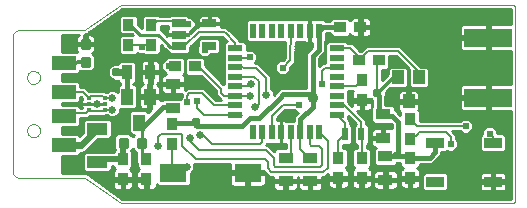
<source format=gtl>
G75*
%MOIN*%
%OFA0B0*%
%FSLAX24Y24*%
%IPPOS*%
%LPD*%
%AMOC8*
5,1,8,0,0,1.08239X$1,22.5*
%
%ADD10C,0.0000*%
%ADD11R,0.0512X0.0355*%
%ADD12R,0.0400X0.0450*%
%ADD13R,0.0400X0.0380*%
%ADD14R,0.0380X0.0400*%
%ADD15C,0.0088*%
%ADD16R,0.0236X0.0433*%
%ADD17R,0.1600X0.0600*%
%ADD18R,0.0355X0.0512*%
%ADD19R,0.0709X0.0394*%
%ADD20R,0.0591X0.0354*%
%ADD21R,0.0394X0.0551*%
%ADD22R,0.0906X0.0630*%
%ADD23R,0.0500X0.0220*%
%ADD24R,0.0220X0.0500*%
%ADD25R,0.0787X0.0472*%
%ADD26R,0.0472X0.0272*%
%ADD27R,0.0177X0.0117*%
%ADD28C,0.0100*%
%ADD29C,0.0250*%
%ADD30C,0.0240*%
%ADD31C,0.0080*%
%ADD32C,0.0240*%
%ADD33C,0.0356*%
%ADD34C,0.0310*%
%ADD35C,0.0160*%
%ADD36C,0.0200*%
%ADD37C,0.0150*%
%ADD38C,0.0120*%
D10*
X006315Y002474D02*
X006315Y006900D01*
X006317Y006930D01*
X006322Y006960D01*
X006331Y006989D01*
X006344Y007016D01*
X006359Y007042D01*
X006378Y007066D01*
X006399Y007087D01*
X006423Y007106D01*
X006449Y007121D01*
X006476Y007134D01*
X006505Y007143D01*
X006535Y007148D01*
X006565Y007150D01*
X008636Y007150D01*
X008779Y007195D02*
X009915Y007988D01*
X022963Y007988D01*
X022980Y007986D01*
X022997Y007982D01*
X023013Y007975D01*
X023027Y007965D01*
X023040Y007952D01*
X023050Y007938D01*
X023057Y007922D01*
X023061Y007905D01*
X023063Y007888D01*
X023063Y001486D01*
X023061Y001469D01*
X023057Y001452D01*
X023050Y001436D01*
X023040Y001422D01*
X023027Y001409D01*
X023013Y001399D01*
X022997Y001392D01*
X022980Y001388D01*
X022963Y001386D01*
X009915Y001386D01*
X008740Y002224D01*
X006565Y002224D01*
X006535Y002226D01*
X006505Y002231D01*
X006476Y002240D01*
X006449Y002253D01*
X006423Y002268D01*
X006399Y002287D01*
X006378Y002308D01*
X006359Y002332D01*
X006344Y002358D01*
X006331Y002385D01*
X006322Y002414D01*
X006317Y002444D01*
X006315Y002474D01*
X006798Y003801D02*
X006800Y003830D01*
X006806Y003858D01*
X006815Y003886D01*
X006828Y003912D01*
X006845Y003935D01*
X006864Y003957D01*
X006886Y003976D01*
X006911Y003991D01*
X006937Y004004D01*
X006965Y004012D01*
X006993Y004017D01*
X007022Y004018D01*
X007051Y004015D01*
X007079Y004008D01*
X007106Y003998D01*
X007132Y003984D01*
X007155Y003967D01*
X007176Y003947D01*
X007194Y003924D01*
X007209Y003899D01*
X007220Y003872D01*
X007228Y003844D01*
X007232Y003815D01*
X007232Y003787D01*
X007228Y003758D01*
X007220Y003730D01*
X007209Y003703D01*
X007194Y003678D01*
X007176Y003655D01*
X007155Y003635D01*
X007132Y003618D01*
X007106Y003604D01*
X007079Y003594D01*
X007051Y003587D01*
X007022Y003584D01*
X006993Y003585D01*
X006965Y003590D01*
X006937Y003598D01*
X006911Y003611D01*
X006886Y003626D01*
X006864Y003645D01*
X006845Y003667D01*
X006828Y003690D01*
X006815Y003716D01*
X006806Y003744D01*
X006800Y003772D01*
X006798Y003801D01*
X006798Y005573D02*
X006800Y005602D01*
X006806Y005630D01*
X006815Y005658D01*
X006828Y005684D01*
X006845Y005707D01*
X006864Y005729D01*
X006886Y005748D01*
X006911Y005763D01*
X006937Y005776D01*
X006965Y005784D01*
X006993Y005789D01*
X007022Y005790D01*
X007051Y005787D01*
X007079Y005780D01*
X007106Y005770D01*
X007132Y005756D01*
X007155Y005739D01*
X007176Y005719D01*
X007194Y005696D01*
X007209Y005671D01*
X007220Y005644D01*
X007228Y005616D01*
X007232Y005587D01*
X007232Y005559D01*
X007228Y005530D01*
X007220Y005502D01*
X007209Y005475D01*
X007194Y005450D01*
X007176Y005427D01*
X007155Y005407D01*
X007132Y005390D01*
X007106Y005376D01*
X007079Y005366D01*
X007051Y005359D01*
X007022Y005356D01*
X006993Y005357D01*
X006965Y005362D01*
X006937Y005370D01*
X006911Y005383D01*
X006886Y005398D01*
X006864Y005417D01*
X006845Y005439D01*
X006828Y005462D01*
X006815Y005488D01*
X006806Y005516D01*
X006800Y005544D01*
X006798Y005573D01*
X008636Y007150D02*
X008666Y007152D01*
X008696Y007157D01*
X008725Y007167D01*
X008753Y007179D01*
X008779Y007195D01*
D11*
X011671Y005347D03*
X011671Y004560D03*
X015415Y002904D03*
X016235Y002904D03*
X016235Y002116D03*
X015415Y002116D03*
X018665Y003556D03*
X018745Y002944D03*
X018745Y002156D03*
X018665Y004344D03*
D12*
X019515Y004780D03*
X019865Y005580D03*
X019165Y005580D03*
D13*
X018519Y006140D03*
X017850Y006140D03*
X017909Y007250D03*
X017240Y007250D03*
X012399Y005950D03*
X011730Y005950D03*
D14*
X010935Y006665D03*
X010175Y006665D03*
X010175Y007335D03*
X010935Y007335D03*
X017965Y005485D03*
X017965Y004815D03*
X019565Y004185D03*
X019565Y003515D03*
X019565Y002885D03*
X019565Y002215D03*
X017955Y002215D03*
X017175Y002215D03*
X017175Y002885D03*
X017955Y002885D03*
X011625Y003365D03*
X011625Y004035D03*
X010777Y002844D03*
X009992Y002841D03*
X009992Y002171D03*
X010777Y002174D03*
D15*
X010746Y003269D02*
X010484Y003269D01*
X010484Y003531D01*
X010746Y003531D01*
X010746Y003269D01*
X010746Y003356D02*
X010484Y003356D01*
X010484Y003443D02*
X010746Y003443D01*
X010746Y003530D02*
X010484Y003530D01*
X010146Y003269D02*
X009884Y003269D01*
X009884Y003531D01*
X010146Y003531D01*
X010146Y003269D01*
X010146Y003356D02*
X009884Y003356D01*
X009884Y003443D02*
X010146Y003443D01*
X010146Y003530D02*
X009884Y003530D01*
X008875Y005957D02*
X008875Y006219D01*
X008875Y005957D02*
X008613Y005957D01*
X008613Y006219D01*
X008875Y006219D01*
X008875Y006044D02*
X008613Y006044D01*
X008613Y006131D02*
X008875Y006131D01*
X008875Y006218D02*
X008613Y006218D01*
X008875Y006557D02*
X008875Y006819D01*
X008875Y006557D02*
X008613Y006557D01*
X008613Y006819D01*
X008875Y006819D01*
X008875Y006644D02*
X008613Y006644D01*
X008613Y006731D02*
X008875Y006731D01*
X008875Y006818D02*
X008613Y006818D01*
D16*
X017389Y003671D03*
X017940Y003671D03*
D17*
X022165Y004900D03*
X022165Y006900D03*
D18*
X010908Y005750D03*
X010121Y005750D03*
D19*
X009135Y003860D03*
X009135Y002757D03*
D20*
X020400Y003400D03*
X022329Y003400D03*
X022329Y002100D03*
X020400Y002100D03*
D21*
X010889Y004933D03*
X010141Y004933D03*
X010515Y004067D03*
D22*
X011675Y002400D03*
X014155Y002400D03*
D23*
X013739Y004333D03*
X013739Y004648D03*
X013739Y004963D03*
X013739Y005278D03*
X013739Y005593D03*
X013739Y005908D03*
X013739Y006223D03*
X013739Y006538D03*
X017119Y006538D03*
X017119Y006223D03*
X017119Y005908D03*
X017119Y005593D03*
X017119Y005278D03*
X017119Y004963D03*
X017119Y004648D03*
X017119Y004333D03*
D24*
X016532Y003745D03*
X016217Y003745D03*
X015902Y003745D03*
X015587Y003745D03*
X015272Y003745D03*
X014957Y003745D03*
X014642Y003745D03*
X014327Y003745D03*
X014327Y007125D03*
X014642Y007125D03*
X014957Y007125D03*
X015272Y007125D03*
X015587Y007125D03*
X015902Y007125D03*
X016217Y007125D03*
X016532Y007125D03*
D25*
X008038Y006065D03*
X008038Y005081D03*
X008038Y004293D03*
X008038Y003309D03*
D26*
X011853Y006626D03*
X011853Y007000D03*
X011853Y007374D03*
X012877Y007374D03*
X012877Y006626D03*
D27*
X009381Y004902D03*
X009381Y004700D03*
X009381Y004498D03*
X008849Y004498D03*
X008849Y004700D03*
X008849Y004902D03*
D28*
X008630Y004880D02*
X008630Y004833D01*
X008621Y004816D01*
X008610Y004778D01*
X008610Y004700D01*
X008610Y004622D01*
X008621Y004584D01*
X008629Y004570D01*
X008562Y004570D01*
X008562Y004583D01*
X008486Y004660D01*
X007965Y004660D01*
X007965Y004714D01*
X008486Y004714D01*
X008562Y004791D01*
X008562Y004911D01*
X008600Y004911D01*
X008630Y004880D01*
X008630Y004846D02*
X008562Y004846D01*
X008519Y004748D02*
X008610Y004748D01*
X008610Y004700D02*
X008849Y004700D01*
X008849Y004700D01*
X008610Y004700D01*
X008610Y004649D02*
X008496Y004649D01*
X008849Y004700D02*
X008849Y004700D01*
X009088Y004700D01*
X009088Y004778D01*
X009087Y004780D01*
X009142Y004780D01*
X009142Y004778D01*
X009142Y004700D01*
X009142Y004622D01*
X009142Y004620D01*
X009087Y004620D01*
X009088Y004622D01*
X009088Y004700D01*
X008849Y004700D01*
X009088Y004748D02*
X009142Y004748D01*
X009142Y004700D02*
X009380Y004700D01*
X009142Y004700D01*
X009142Y004649D02*
X009088Y004649D01*
X009380Y004700D02*
X009380Y004700D01*
X009890Y004528D02*
X009890Y004527D01*
X010391Y004527D01*
X010468Y004604D01*
X010468Y005263D01*
X010391Y005339D01*
X010331Y005339D01*
X010331Y005364D01*
X010352Y005364D01*
X010429Y005440D01*
X010429Y006060D01*
X010352Y006136D01*
X009890Y006136D01*
X009814Y006060D01*
X009814Y006035D01*
X009718Y006035D01*
X009613Y005992D01*
X009533Y005911D01*
X009490Y005807D01*
X009490Y005693D01*
X009533Y005589D01*
X009613Y005508D01*
X009718Y005465D01*
X009814Y005465D01*
X009814Y005440D01*
X009890Y005364D01*
X009911Y005364D01*
X009911Y005339D01*
X009890Y005339D01*
X009814Y005263D01*
X009814Y005081D01*
X009779Y005116D01*
X009685Y005155D01*
X009584Y005155D01*
X009490Y005116D01*
X009465Y005090D01*
X009415Y005090D01*
X009385Y005120D01*
X008871Y005120D01*
X008741Y005251D01*
X008562Y005251D01*
X008562Y005371D01*
X008486Y005447D01*
X007965Y005447D01*
X007965Y005699D01*
X008486Y005699D01*
X008562Y005775D01*
X008562Y005783D01*
X008947Y005783D01*
X009049Y005885D01*
X009049Y006291D01*
X008959Y006381D01*
X008994Y006402D01*
X009030Y006438D01*
X009056Y006482D01*
X009069Y006531D01*
X009069Y006650D01*
X008782Y006650D01*
X008782Y006725D01*
X009069Y006725D01*
X009069Y006845D01*
X009056Y006894D01*
X009030Y006938D01*
X008994Y006974D01*
X008950Y007000D01*
X008901Y007013D01*
X008782Y007013D01*
X008782Y006725D01*
X008707Y006725D01*
X008707Y006650D01*
X008419Y006650D01*
X008419Y006531D01*
X008432Y006482D01*
X008458Y006438D01*
X008464Y006431D01*
X007965Y006431D01*
X007965Y007000D01*
X008539Y007000D01*
X008538Y007000D01*
X008494Y006974D01*
X008458Y006938D01*
X008432Y006894D01*
X008419Y006845D01*
X008419Y006725D01*
X008707Y006725D01*
X008707Y007003D01*
X008814Y007037D01*
X008814Y007036D01*
X008844Y007057D01*
X008865Y007072D01*
X008916Y007108D01*
X009962Y007838D01*
X022913Y007838D01*
X022913Y007350D01*
X022215Y007350D01*
X022215Y006950D01*
X022115Y006950D01*
X022115Y007350D01*
X021345Y007350D01*
X021307Y007340D01*
X021273Y007320D01*
X021245Y007292D01*
X021225Y007258D01*
X021215Y007220D01*
X021215Y006950D01*
X022115Y006950D01*
X022115Y006850D01*
X022215Y006850D01*
X022215Y006450D01*
X022913Y006450D01*
X022913Y005350D01*
X022215Y005350D01*
X022215Y004950D01*
X022115Y004950D01*
X022115Y005350D01*
X021345Y005350D01*
X021307Y005340D01*
X021273Y005320D01*
X021245Y005292D01*
X021225Y005258D01*
X021215Y005220D01*
X021215Y004950D01*
X022115Y004950D01*
X022115Y004850D01*
X022215Y004850D01*
X022215Y004450D01*
X022913Y004450D01*
X022913Y001536D01*
X009963Y001536D01*
X008838Y002339D01*
X008803Y002374D01*
X008788Y002374D01*
X008777Y002382D01*
X008728Y002374D01*
X007965Y002374D01*
X007965Y002943D01*
X008486Y002943D01*
X008562Y003019D01*
X008562Y003059D01*
X008634Y003059D01*
X008726Y003097D01*
X009162Y003533D01*
X009544Y003533D01*
X009620Y003609D01*
X009620Y004110D01*
X009544Y004187D01*
X008727Y004187D01*
X008651Y004110D01*
X008651Y003729D01*
X008542Y003620D01*
X008486Y003675D01*
X007965Y003675D01*
X007965Y003927D01*
X008486Y003927D01*
X008562Y004003D01*
X008562Y004230D01*
X008835Y004230D01*
X008885Y004280D01*
X009385Y004280D01*
X009415Y004309D01*
X009465Y004309D01*
X009490Y004284D01*
X009584Y004245D01*
X009685Y004245D01*
X009779Y004284D01*
X009851Y004356D01*
X009890Y004449D01*
X009890Y004528D01*
X009890Y004452D02*
X010244Y004452D01*
X010264Y004473D02*
X010188Y004396D01*
X010188Y003737D01*
X010264Y003661D01*
X010368Y003661D01*
X010315Y003608D01*
X010218Y003705D01*
X009812Y003705D01*
X009710Y003603D01*
X009710Y003197D01*
X009742Y003165D01*
X009672Y003095D01*
X009672Y003071D01*
X009557Y003071D01*
X009544Y003084D01*
X009236Y003084D01*
X009228Y003086D01*
X009224Y003084D01*
X008727Y003084D01*
X008651Y003008D01*
X008651Y002507D01*
X008727Y002431D01*
X009544Y002431D01*
X009620Y002507D01*
X009620Y002611D01*
X009672Y002611D01*
X009672Y002587D01*
X009746Y002512D01*
X009744Y002511D01*
X009709Y002491D01*
X009682Y002464D01*
X009662Y002429D01*
X009652Y002391D01*
X009652Y002216D01*
X009947Y002216D01*
X009947Y002126D01*
X010037Y002126D01*
X010037Y002216D01*
X010332Y002216D01*
X010332Y002391D01*
X010321Y002429D01*
X010302Y002464D01*
X010274Y002491D01*
X010239Y002511D01*
X010237Y002512D01*
X010312Y002587D01*
X010312Y003095D01*
X010265Y003142D01*
X010315Y003192D01*
X010412Y003095D01*
X010435Y003095D01*
X010435Y002858D01*
X010423Y002838D01*
X010435Y002785D01*
X010435Y002732D01*
X010451Y002715D01*
X010456Y002693D01*
X010457Y002692D01*
X010457Y002590D01*
X010532Y002515D01*
X010529Y002514D01*
X010495Y002494D01*
X010467Y002467D01*
X010447Y002432D01*
X010437Y002394D01*
X010437Y002219D01*
X010732Y002219D01*
X010732Y002129D01*
X010822Y002129D01*
X010822Y001824D01*
X010987Y001824D01*
X011025Y001835D01*
X011059Y001854D01*
X011087Y001882D01*
X011107Y001917D01*
X011117Y001955D01*
X011117Y002006D01*
X011168Y001955D01*
X012181Y001955D01*
X012257Y002031D01*
X012257Y002383D01*
X012259Y002384D01*
X012331Y002456D01*
X012370Y002549D01*
X012370Y002651D01*
X012358Y002680D01*
X013552Y002680D01*
X013552Y002450D01*
X014105Y002450D01*
X014105Y002350D01*
X014205Y002350D01*
X014205Y002450D01*
X014674Y002450D01*
X014775Y002350D01*
X014874Y002250D01*
X015009Y002250D01*
X015009Y002155D01*
X015376Y002155D01*
X015376Y002078D01*
X015009Y002078D01*
X015009Y001919D01*
X015019Y001881D01*
X015039Y001847D01*
X015067Y001819D01*
X015101Y001799D01*
X015139Y001789D01*
X015376Y001789D01*
X015376Y002078D01*
X015454Y002078D01*
X015454Y002155D01*
X015821Y002155D01*
X015821Y002250D01*
X015829Y002250D01*
X015829Y002155D01*
X016196Y002155D01*
X016196Y002078D01*
X015829Y002078D01*
X015829Y001919D01*
X015839Y001881D01*
X015859Y001847D01*
X015887Y001819D01*
X015921Y001799D01*
X015959Y001789D01*
X016196Y001789D01*
X016196Y002078D01*
X016274Y002078D01*
X016274Y002155D01*
X016641Y002155D01*
X016641Y002250D01*
X016745Y002250D01*
X016835Y002340D01*
X016835Y002260D01*
X017130Y002260D01*
X017130Y002170D01*
X017220Y002170D01*
X017220Y001865D01*
X017385Y001865D01*
X017423Y001876D01*
X017457Y001895D01*
X017485Y001923D01*
X017505Y001957D01*
X017515Y001996D01*
X017515Y002170D01*
X017220Y002170D01*
X017220Y002260D01*
X017515Y002260D01*
X017515Y002435D01*
X017505Y002473D01*
X017485Y002507D01*
X017457Y002535D01*
X017423Y002555D01*
X017420Y002556D01*
X017495Y002631D01*
X017495Y003138D01*
X017419Y003215D01*
X017345Y003215D01*
X017345Y003324D01*
X017561Y003324D01*
X017637Y003400D01*
X017637Y003941D01*
X017561Y004017D01*
X017559Y004017D01*
X017559Y004134D01*
X017499Y004193D01*
X017499Y004275D01*
X017763Y004012D01*
X017692Y003941D01*
X017692Y003400D01*
X017768Y003324D01*
X017785Y003324D01*
X017785Y003215D01*
X017711Y003215D01*
X017635Y003138D01*
X017635Y002631D01*
X017710Y002556D01*
X017707Y002555D01*
X017673Y002535D01*
X017645Y002507D01*
X017625Y002473D01*
X017615Y002435D01*
X017615Y002260D01*
X017910Y002260D01*
X017910Y002170D01*
X018000Y002170D01*
X018000Y001865D01*
X018165Y001865D01*
X018203Y001876D01*
X018237Y001895D01*
X018265Y001923D01*
X018285Y001957D01*
X018295Y001996D01*
X018295Y002170D01*
X018000Y002170D01*
X018000Y002260D01*
X018295Y002260D01*
X018295Y002435D01*
X018285Y002473D01*
X018265Y002507D01*
X018237Y002535D01*
X018203Y002555D01*
X018200Y002556D01*
X018275Y002631D01*
X018275Y003138D01*
X018199Y003215D01*
X018125Y003215D01*
X018125Y003337D01*
X018188Y003400D01*
X018188Y003941D01*
X018112Y004017D01*
X018110Y004017D01*
X018110Y004145D01*
X017790Y004465D01*
X017920Y004465D01*
X017920Y004770D01*
X018010Y004770D01*
X018010Y004465D01*
X018175Y004465D01*
X018213Y004476D01*
X018247Y004495D01*
X018275Y004523D01*
X018279Y004530D01*
X018279Y004112D01*
X018355Y004036D01*
X018932Y004036D01*
X018955Y004013D01*
X018955Y003880D01*
X018940Y003884D01*
X018704Y003884D01*
X018704Y003595D01*
X018626Y003595D01*
X018626Y003518D01*
X018259Y003518D01*
X018259Y003359D01*
X018269Y003321D01*
X018289Y003287D01*
X018317Y003259D01*
X018351Y003239D01*
X018389Y003229D01*
X018413Y003229D01*
X018359Y003175D01*
X018359Y002712D01*
X018435Y002636D01*
X019055Y002636D01*
X019131Y002712D01*
X019131Y002734D01*
X019245Y002734D01*
X019245Y002631D01*
X019320Y002556D01*
X019317Y002555D01*
X019283Y002535D01*
X019255Y002507D01*
X019235Y002473D01*
X019225Y002435D01*
X019225Y002260D01*
X019520Y002260D01*
X019520Y002170D01*
X019610Y002170D01*
X019610Y001865D01*
X019775Y001865D01*
X019813Y001876D01*
X019847Y001895D01*
X019875Y001923D01*
X019895Y001957D01*
X019905Y001996D01*
X019905Y002170D01*
X019610Y002170D01*
X019610Y002260D01*
X019905Y002260D01*
X019905Y002435D01*
X019895Y002473D01*
X019875Y002507D01*
X019847Y002535D01*
X019813Y002555D01*
X019810Y002556D01*
X019885Y002631D01*
X019885Y002690D01*
X020302Y002690D01*
X020425Y002813D01*
X020610Y002998D01*
X020610Y003092D01*
X020749Y003092D01*
X020789Y003132D01*
X020865Y003100D01*
X020964Y003100D01*
X021056Y003138D01*
X021127Y003208D01*
X021165Y003300D01*
X021165Y003400D01*
X021127Y003492D01*
X021085Y003534D01*
X021085Y003670D01*
X020985Y003770D01*
X020975Y003780D01*
X021231Y003780D01*
X021273Y003738D01*
X021365Y003700D01*
X021464Y003700D01*
X021556Y003738D01*
X021627Y003808D01*
X021665Y003900D01*
X021665Y004000D01*
X021627Y004092D01*
X021556Y004162D01*
X021464Y004200D01*
X021365Y004200D01*
X021273Y004162D01*
X021231Y004120D01*
X019885Y004120D01*
X019885Y004438D01*
X019844Y004479D01*
X019855Y004497D01*
X019865Y004535D01*
X019865Y004730D01*
X019565Y004730D01*
X019565Y004830D01*
X019865Y004830D01*
X019865Y005025D01*
X019855Y005063D01*
X019835Y005097D01*
X019807Y005125D01*
X019773Y005145D01*
X019735Y005155D01*
X019565Y005155D01*
X019565Y004830D01*
X019465Y004830D01*
X019465Y005155D01*
X019295Y005155D01*
X019257Y005145D01*
X019223Y005125D01*
X019195Y005097D01*
X019175Y005063D01*
X019165Y005025D01*
X019165Y004830D01*
X019465Y004830D01*
X019465Y004730D01*
X019165Y004730D01*
X019165Y004535D01*
X019175Y004497D01*
X019195Y004463D01*
X019223Y004435D01*
X019245Y004422D01*
X019245Y004317D01*
X019175Y004387D01*
X019052Y004510D01*
X019051Y004510D01*
X019051Y004575D01*
X018975Y004651D01*
X018725Y004651D01*
X018725Y004916D01*
X018741Y004966D01*
X018740Y004969D01*
X018750Y004993D01*
X018750Y005080D01*
X018903Y005233D01*
X018911Y005225D01*
X019419Y005225D01*
X019495Y005301D01*
X019495Y005859D01*
X019419Y005935D01*
X018911Y005935D01*
X018835Y005859D01*
X018835Y005675D01*
X018635Y005475D01*
X018635Y005820D01*
X018773Y005820D01*
X018849Y005896D01*
X018849Y006280D01*
X019094Y006280D01*
X019535Y005840D01*
X019535Y005301D01*
X019611Y005225D01*
X020119Y005225D01*
X020195Y005301D01*
X020195Y005859D01*
X020119Y005935D01*
X019920Y005935D01*
X019335Y006520D01*
X019235Y006620D01*
X018090Y006620D01*
X017930Y006460D01*
X017895Y006460D01*
X017885Y006470D01*
X017647Y006708D01*
X017493Y006708D01*
X017423Y006778D01*
X016816Y006778D01*
X016739Y006702D01*
X016739Y006070D01*
X016644Y006070D01*
X016545Y005970D01*
X016525Y005950D01*
X016525Y006213D01*
X016602Y006290D01*
X016725Y006413D01*
X016725Y006775D01*
X016772Y006822D01*
X016772Y007040D01*
X016910Y007040D01*
X016910Y007006D01*
X016986Y006930D01*
X017494Y006930D01*
X017569Y007005D01*
X017570Y007002D01*
X017589Y006968D01*
X017617Y006940D01*
X017652Y006920D01*
X017690Y006910D01*
X017864Y006910D01*
X017864Y007205D01*
X017954Y007205D01*
X017954Y006910D01*
X018129Y006910D01*
X018167Y006920D01*
X018202Y006940D01*
X018229Y006968D01*
X018249Y007002D01*
X018259Y007040D01*
X018259Y007205D01*
X017954Y007205D01*
X017954Y007295D01*
X017864Y007295D01*
X017864Y007590D01*
X017690Y007590D01*
X017652Y007580D01*
X017617Y007560D01*
X017589Y007532D01*
X017570Y007498D01*
X017569Y007495D01*
X017494Y007570D01*
X016986Y007570D01*
X016910Y007494D01*
X016910Y007460D01*
X016741Y007460D01*
X016696Y007505D01*
X016402Y007505D01*
X016385Y007515D01*
X016347Y007525D01*
X016222Y007525D01*
X016222Y007130D01*
X016212Y007130D01*
X016212Y007525D01*
X016087Y007525D01*
X016049Y007515D01*
X016032Y007505D01*
X014163Y007505D01*
X014087Y007429D01*
X014087Y006822D01*
X014163Y006745D01*
X015408Y006745D01*
X015396Y006225D01*
X014465Y006225D01*
X014465Y006200D02*
X014465Y006300D01*
X014427Y006392D01*
X014356Y006462D01*
X014264Y006500D01*
X014165Y006500D01*
X014119Y006481D01*
X014119Y006702D01*
X014043Y006778D01*
X013909Y006778D01*
X013909Y006796D01*
X013585Y007120D01*
X013535Y007170D01*
X013435Y007270D01*
X013263Y007270D01*
X013263Y007356D01*
X012895Y007356D01*
X012895Y007392D01*
X013263Y007392D01*
X013263Y007530D01*
X013253Y007568D01*
X013233Y007602D01*
X013205Y007630D01*
X013171Y007650D01*
X013133Y007660D01*
X012895Y007660D01*
X012895Y007392D01*
X012859Y007392D01*
X012859Y007660D01*
X012621Y007660D01*
X012582Y007650D01*
X012548Y007630D01*
X012520Y007602D01*
X012501Y007568D01*
X012490Y007530D01*
X012490Y007392D01*
X012859Y007392D01*
X012859Y007356D01*
X012490Y007356D01*
X012490Y007270D01*
X012444Y007270D01*
X012239Y007065D01*
X012239Y007110D01*
X012306Y007138D01*
X012377Y007208D01*
X012415Y007300D01*
X012415Y007400D01*
X012377Y007492D01*
X012306Y007562D01*
X012214Y007600D01*
X012183Y007600D01*
X012143Y007640D01*
X011563Y007640D01*
X011543Y007620D01*
X011223Y007620D01*
X011179Y007665D01*
X010691Y007665D01*
X010615Y007588D01*
X010615Y007205D01*
X010495Y007325D01*
X010495Y007588D01*
X010419Y007665D01*
X009931Y007665D01*
X009855Y007588D01*
X009855Y007081D01*
X009931Y007005D01*
X010306Y007005D01*
X010315Y006995D01*
X009931Y006995D01*
X009855Y006919D01*
X009855Y006412D01*
X009931Y006335D01*
X010419Y006335D01*
X010472Y006389D01*
X010473Y006388D01*
X010565Y006350D01*
X010664Y006350D01*
X010673Y006353D01*
X010691Y006335D01*
X011179Y006335D01*
X011255Y006412D01*
X011255Y006665D01*
X011285Y006635D01*
X011285Y006625D01*
X011330Y006580D01*
X011371Y006529D01*
X011382Y006528D01*
X011385Y006525D01*
X011490Y006420D01*
X011503Y006420D01*
X011563Y006360D01*
X012143Y006360D01*
X012219Y006436D01*
X012219Y006564D01*
X012235Y006580D01*
X012585Y006930D01*
X013294Y006930D01*
X013344Y006880D01*
X013447Y006778D01*
X013436Y006778D01*
X013359Y006702D01*
X013359Y005346D01*
X013335Y005370D01*
X012729Y005976D01*
X012729Y006194D01*
X012673Y006250D01*
X012764Y006250D01*
X012856Y006288D01*
X012927Y006358D01*
X012927Y006360D01*
X013167Y006360D01*
X013243Y006436D01*
X013243Y006816D01*
X013167Y006892D01*
X012587Y006892D01*
X012510Y006816D01*
X012510Y006649D01*
X012503Y006642D01*
X012465Y006550D01*
X012465Y006450D01*
X012503Y006358D01*
X012573Y006288D01*
X012617Y006270D01*
X012146Y006270D01*
X012069Y006194D01*
X012069Y005706D01*
X012146Y005630D01*
X012594Y005630D01*
X013095Y005130D01*
X013095Y004980D01*
X013195Y004880D01*
X013256Y004818D01*
X013087Y004818D01*
X012785Y005120D01*
X012685Y005220D01*
X012138Y005220D01*
X012077Y005159D01*
X012077Y005308D01*
X011710Y005308D01*
X011710Y005386D01*
X012077Y005386D01*
X012077Y005544D01*
X012067Y005582D01*
X012047Y005616D01*
X012019Y005644D01*
X012006Y005652D01*
X012060Y005706D01*
X012060Y006194D01*
X011984Y006270D01*
X011476Y006270D01*
X011400Y006194D01*
X011400Y006173D01*
X011373Y006162D01*
X011303Y006092D01*
X011265Y006000D01*
X011265Y005900D01*
X011303Y005808D01*
X011373Y005738D01*
X011400Y005727D01*
X011400Y005706D01*
X011432Y005674D01*
X011395Y005674D01*
X011357Y005664D01*
X011323Y005644D01*
X011295Y005616D01*
X011275Y005582D01*
X011265Y005544D01*
X011265Y005386D01*
X011632Y005386D01*
X011632Y005308D01*
X011265Y005308D01*
X011265Y005150D01*
X011275Y005112D01*
X011295Y005077D01*
X011323Y005049D01*
X011357Y005030D01*
X011395Y005019D01*
X011632Y005019D01*
X011632Y005308D01*
X011710Y005308D01*
X011710Y005019D01*
X011947Y005019D01*
X011954Y005022D01*
X011954Y004931D01*
X011929Y004905D01*
X011913Y004867D01*
X011361Y004867D01*
X011304Y004810D01*
X011236Y004810D01*
X011236Y004885D01*
X010937Y004885D01*
X010937Y004981D01*
X011236Y004981D01*
X011236Y005228D01*
X011225Y005267D01*
X011206Y005301D01*
X011178Y005329D01*
X011144Y005348D01*
X011133Y005351D01*
X011144Y005354D01*
X011178Y005374D01*
X011206Y005402D01*
X011226Y005436D01*
X011236Y005474D01*
X011236Y005711D01*
X010947Y005711D01*
X010947Y005359D01*
X010937Y005359D01*
X010937Y004982D01*
X010840Y004982D01*
X010840Y005344D01*
X010870Y005344D01*
X010870Y005711D01*
X010947Y005711D01*
X010947Y005789D01*
X010870Y005789D01*
X010870Y006156D01*
X010711Y006156D01*
X010673Y006146D01*
X010639Y006126D01*
X010611Y006098D01*
X010591Y006064D01*
X010581Y006026D01*
X010581Y005789D01*
X010870Y005789D01*
X010870Y005711D01*
X010581Y005711D01*
X010581Y005474D01*
X010591Y005436D01*
X010611Y005402D01*
X010639Y005374D01*
X010668Y005357D01*
X010634Y005348D01*
X010600Y005329D01*
X010572Y005301D01*
X010552Y005267D01*
X010542Y005228D01*
X010542Y004981D01*
X010840Y004981D01*
X010840Y004885D01*
X010542Y004885D01*
X010542Y004638D01*
X010552Y004600D01*
X010572Y004565D01*
X010600Y004537D01*
X010634Y004518D01*
X010672Y004507D01*
X010840Y004507D01*
X010840Y004885D01*
X010937Y004885D01*
X010937Y004519D01*
X010828Y004410D01*
X010765Y004473D01*
X010264Y004473D01*
X010188Y004354D02*
X009849Y004354D01*
X009710Y004255D02*
X010188Y004255D01*
X010188Y004157D02*
X009574Y004157D01*
X009560Y004255D02*
X008860Y004255D01*
X008697Y004157D02*
X008562Y004157D01*
X008562Y004058D02*
X008651Y004058D01*
X008651Y003960D02*
X008518Y003960D01*
X008651Y003861D02*
X007965Y003861D01*
X007965Y003763D02*
X008651Y003763D01*
X008586Y003664D02*
X008497Y003664D01*
X008998Y003369D02*
X009710Y003369D01*
X009710Y003467D02*
X009096Y003467D01*
X009576Y003566D02*
X009710Y003566D01*
X009771Y003664D02*
X009620Y003664D01*
X009620Y003763D02*
X010188Y003763D01*
X010188Y003861D02*
X009620Y003861D01*
X009620Y003960D02*
X010188Y003960D01*
X010188Y004058D02*
X009620Y004058D01*
X010259Y003664D02*
X010261Y003664D01*
X010615Y003400D02*
X010615Y003967D01*
X010515Y004067D01*
X010786Y004452D02*
X010870Y004452D01*
X010840Y004551D02*
X010937Y004551D01*
X010937Y004649D02*
X010840Y004649D01*
X010840Y004748D02*
X010937Y004748D01*
X010937Y004846D02*
X010840Y004846D01*
X010840Y004945D02*
X010468Y004945D01*
X010468Y005043D02*
X010542Y005043D01*
X010542Y005142D02*
X010468Y005142D01*
X010468Y005240D02*
X010545Y005240D01*
X010617Y005339D02*
X010392Y005339D01*
X010425Y005437D02*
X010591Y005437D01*
X010581Y005536D02*
X010429Y005536D01*
X010429Y005634D02*
X010581Y005634D01*
X010429Y005733D02*
X010870Y005733D01*
X010947Y005733D02*
X011387Y005733D01*
X011313Y005634D02*
X011236Y005634D01*
X011236Y005536D02*
X011265Y005536D01*
X011265Y005437D02*
X011226Y005437D01*
X011161Y005339D02*
X011632Y005339D01*
X011710Y005339D02*
X012886Y005339D01*
X012787Y005437D02*
X012077Y005437D01*
X012077Y005536D02*
X012689Y005536D01*
X013071Y005634D02*
X013359Y005634D01*
X013359Y005536D02*
X013170Y005536D01*
X013268Y005437D02*
X013359Y005437D01*
X012984Y005240D02*
X012077Y005240D01*
X011710Y005240D02*
X011632Y005240D01*
X011632Y005142D02*
X011710Y005142D01*
X011710Y005043D02*
X011632Y005043D01*
X011334Y005043D02*
X011236Y005043D01*
X011236Y005142D02*
X011267Y005142D01*
X011265Y005240D02*
X011233Y005240D01*
X010937Y005240D02*
X010840Y005240D01*
X010840Y005142D02*
X010937Y005142D01*
X010937Y005043D02*
X010840Y005043D01*
X010937Y004945D02*
X011954Y004945D01*
X011340Y004846D02*
X011236Y004846D01*
X010542Y004846D02*
X010468Y004846D01*
X010468Y004748D02*
X010542Y004748D01*
X010542Y004649D02*
X010468Y004649D01*
X010414Y004551D02*
X010587Y004551D01*
X009814Y005142D02*
X009718Y005142D01*
X009814Y005240D02*
X008751Y005240D01*
X008850Y005142D02*
X009551Y005142D01*
X009890Y005339D02*
X008562Y005339D01*
X008496Y005437D02*
X009817Y005437D01*
X009586Y005536D02*
X007965Y005536D01*
X007965Y005634D02*
X009514Y005634D01*
X009490Y005733D02*
X008520Y005733D01*
X008995Y005831D02*
X009500Y005831D01*
X009551Y005930D02*
X009049Y005930D01*
X009049Y006028D02*
X009701Y006028D01*
X009880Y006127D02*
X009049Y006127D01*
X009049Y006225D02*
X011431Y006225D01*
X011338Y006127D02*
X011177Y006127D01*
X011178Y006126D02*
X011144Y006146D01*
X011106Y006156D01*
X010947Y006156D01*
X010947Y005789D01*
X011236Y005789D01*
X011236Y006026D01*
X011226Y006064D01*
X011206Y006098D01*
X011178Y006126D01*
X011235Y006028D02*
X011276Y006028D01*
X011265Y005930D02*
X011236Y005930D01*
X011236Y005831D02*
X011293Y005831D01*
X010947Y005831D02*
X010870Y005831D01*
X010870Y005930D02*
X010947Y005930D01*
X010947Y006028D02*
X010870Y006028D01*
X010870Y006127D02*
X010947Y006127D01*
X010640Y006127D02*
X010362Y006127D01*
X010429Y006028D02*
X010582Y006028D01*
X010581Y005930D02*
X010429Y005930D01*
X010429Y005831D02*
X010581Y005831D01*
X010870Y005634D02*
X010947Y005634D01*
X010947Y005536D02*
X010870Y005536D01*
X010870Y005437D02*
X010947Y005437D01*
X010937Y005339D02*
X010840Y005339D01*
X012029Y005634D02*
X012142Y005634D01*
X012069Y005733D02*
X012060Y005733D01*
X012060Y005831D02*
X012069Y005831D01*
X012060Y005930D02*
X012069Y005930D01*
X012060Y006028D02*
X012069Y006028D01*
X012060Y006127D02*
X012069Y006127D01*
X012101Y006225D02*
X012029Y006225D01*
X012205Y006422D02*
X012476Y006422D01*
X012465Y006521D02*
X012219Y006521D01*
X012274Y006619D02*
X012493Y006619D01*
X012510Y006718D02*
X012373Y006718D01*
X012471Y006816D02*
X012511Y006816D01*
X012570Y006915D02*
X013310Y006915D01*
X013242Y006816D02*
X013408Y006816D01*
X013375Y006718D02*
X013243Y006718D01*
X013243Y006619D02*
X013359Y006619D01*
X013359Y006521D02*
X013243Y006521D01*
X013229Y006422D02*
X013359Y006422D01*
X013359Y006324D02*
X012892Y006324D01*
X012698Y006225D02*
X013359Y006225D01*
X013359Y006127D02*
X012729Y006127D01*
X012729Y006028D02*
X013359Y006028D01*
X013359Y005930D02*
X012776Y005930D01*
X012874Y005831D02*
X013359Y005831D01*
X013359Y005733D02*
X012973Y005733D01*
X013083Y005142D02*
X012764Y005142D01*
X012862Y005043D02*
X013095Y005043D01*
X013130Y004945D02*
X012961Y004945D01*
X013059Y004846D02*
X013228Y004846D01*
X014935Y005191D02*
X014935Y005620D01*
X014735Y005820D01*
X014585Y005970D01*
X014485Y006070D01*
X014388Y006070D01*
X014427Y006108D01*
X014465Y006200D01*
X014434Y006127D02*
X015208Y006127D01*
X015173Y006112D02*
X015103Y006042D01*
X015065Y005950D01*
X015065Y005850D01*
X015103Y005758D01*
X015173Y005688D01*
X015265Y005650D01*
X015364Y005650D01*
X015456Y005688D01*
X015527Y005758D01*
X015565Y005850D01*
X015565Y005911D01*
X015684Y006032D01*
X015733Y006079D01*
X015733Y006082D01*
X015735Y006084D01*
X015735Y006152D01*
X015748Y006745D01*
X016032Y006745D01*
X016049Y006736D01*
X016087Y006725D01*
X016212Y006725D01*
X016212Y007120D01*
X016222Y007120D01*
X016222Y006725D01*
X016305Y006725D01*
X016305Y006587D01*
X016105Y006387D01*
X016105Y005230D01*
X015248Y005230D01*
X015125Y005107D01*
X015020Y005002D01*
X015020Y005051D01*
X014981Y005144D01*
X014935Y005191D01*
X014935Y005240D02*
X016105Y005240D01*
X016105Y005339D02*
X014935Y005339D01*
X014935Y005437D02*
X016105Y005437D01*
X016105Y005536D02*
X014935Y005536D01*
X014921Y005634D02*
X016105Y005634D01*
X016105Y005733D02*
X015501Y005733D01*
X015557Y005831D02*
X016105Y005831D01*
X016105Y005930D02*
X015583Y005930D01*
X015680Y006028D02*
X016105Y006028D01*
X016105Y006127D02*
X015735Y006127D01*
X015736Y006225D02*
X016105Y006225D01*
X016105Y006324D02*
X015739Y006324D01*
X015741Y006422D02*
X016140Y006422D01*
X016238Y006521D02*
X015743Y006521D01*
X015745Y006619D02*
X016305Y006619D01*
X016305Y006718D02*
X015748Y006718D01*
X015408Y006718D02*
X014103Y006718D01*
X014093Y006816D02*
X013889Y006816D01*
X013791Y006915D02*
X014087Y006915D01*
X014087Y007013D02*
X013692Y007013D01*
X013594Y007112D02*
X014087Y007112D01*
X014087Y007210D02*
X013495Y007210D01*
X013263Y007309D02*
X014087Y007309D01*
X014087Y007407D02*
X013263Y007407D01*
X013263Y007506D02*
X016032Y007506D01*
X016212Y007506D02*
X016222Y007506D01*
X016212Y007407D02*
X016222Y007407D01*
X016212Y007309D02*
X016222Y007309D01*
X016212Y007210D02*
X016222Y007210D01*
X016212Y007112D02*
X016222Y007112D01*
X016212Y007013D02*
X016222Y007013D01*
X016212Y006915D02*
X016222Y006915D01*
X016212Y006816D02*
X016222Y006816D01*
X016725Y006718D02*
X016755Y006718D01*
X016766Y006816D02*
X021215Y006816D01*
X021215Y006850D02*
X021215Y006580D01*
X021225Y006542D01*
X021245Y006508D01*
X021273Y006480D01*
X021307Y006460D01*
X021345Y006450D01*
X022115Y006450D01*
X022115Y006850D01*
X021215Y006850D01*
X021215Y006718D02*
X017483Y006718D01*
X017736Y006619D02*
X018089Y006619D01*
X017990Y006521D02*
X017835Y006521D01*
X017864Y006915D02*
X017954Y006915D01*
X017954Y007013D02*
X017864Y007013D01*
X017864Y007112D02*
X017954Y007112D01*
X017954Y007210D02*
X021215Y007210D01*
X021215Y007112D02*
X018259Y007112D01*
X018252Y007013D02*
X021215Y007013D01*
X021261Y007309D02*
X018259Y007309D01*
X018259Y007295D02*
X018259Y007460D01*
X018249Y007498D01*
X018229Y007532D01*
X018202Y007560D01*
X018167Y007580D01*
X018129Y007590D01*
X017954Y007590D01*
X017954Y007295D01*
X018259Y007295D01*
X018259Y007407D02*
X022913Y007407D01*
X022913Y007506D02*
X018245Y007506D01*
X017954Y007506D02*
X017864Y007506D01*
X017864Y007407D02*
X017954Y007407D01*
X017954Y007309D02*
X017864Y007309D01*
X017574Y007506D02*
X017558Y007506D01*
X016922Y007506D02*
X016401Y007506D01*
X016772Y007013D02*
X016910Y007013D01*
X016772Y006915D02*
X017673Y006915D01*
X018146Y006915D02*
X022115Y006915D01*
X022115Y007013D02*
X022215Y007013D01*
X022215Y007112D02*
X022115Y007112D01*
X022115Y007210D02*
X022215Y007210D01*
X022215Y007309D02*
X022115Y007309D01*
X022913Y007604D02*
X013231Y007604D01*
X012895Y007604D02*
X012859Y007604D01*
X012859Y007506D02*
X012895Y007506D01*
X012895Y007407D02*
X012859Y007407D01*
X012490Y007407D02*
X012412Y007407D01*
X012415Y007309D02*
X012490Y007309D01*
X012384Y007210D02*
X012377Y007210D01*
X012286Y007112D02*
X012242Y007112D01*
X012192Y007018D02*
X011871Y007018D01*
X011871Y006982D01*
X012156Y006982D01*
X012192Y007018D01*
X012187Y007013D02*
X011871Y007013D01*
X011835Y007013D02*
X011416Y007013D01*
X011467Y007018D02*
X011835Y007018D01*
X011835Y006982D01*
X011467Y006982D01*
X011467Y006963D01*
X011255Y007175D01*
X011255Y007280D01*
X011487Y007280D01*
X011487Y007211D01*
X011477Y007194D01*
X011467Y007156D01*
X011467Y007018D01*
X011467Y007112D02*
X011318Y007112D01*
X011255Y007210D02*
X011486Y007210D01*
X011175Y007000D02*
X011425Y006750D01*
X011465Y006700D01*
X011565Y006600D01*
X011827Y006600D01*
X011853Y006626D01*
X011488Y006422D02*
X011255Y006422D01*
X011255Y006521D02*
X011390Y006521D01*
X011291Y006619D02*
X011255Y006619D01*
X011175Y007000D02*
X010565Y007000D01*
X010230Y007335D01*
X010175Y007335D01*
X010495Y007407D02*
X010615Y007407D01*
X010615Y007309D02*
X010511Y007309D01*
X010609Y007210D02*
X010615Y007210D01*
X009923Y007013D02*
X008739Y007013D01*
X008707Y006915D02*
X008782Y006915D01*
X008782Y006816D02*
X008707Y006816D01*
X008707Y006718D02*
X007965Y006718D01*
X007965Y006816D02*
X008419Y006816D01*
X008444Y006915D02*
X007965Y006915D01*
X007965Y006619D02*
X008419Y006619D01*
X008422Y006521D02*
X007965Y006521D01*
X008782Y006718D02*
X009855Y006718D01*
X009855Y006816D02*
X009069Y006816D01*
X009044Y006915D02*
X009855Y006915D01*
X009855Y007112D02*
X008922Y007112D01*
X008916Y007108D02*
X008916Y007108D01*
X009063Y007210D02*
X009855Y007210D01*
X009855Y007309D02*
X009204Y007309D01*
X009345Y007407D02*
X009855Y007407D01*
X009855Y007506D02*
X009486Y007506D01*
X009627Y007604D02*
X009870Y007604D01*
X009768Y007703D02*
X022913Y007703D01*
X022913Y007801D02*
X009909Y007801D01*
X010479Y007604D02*
X010630Y007604D01*
X010615Y007506D02*
X010495Y007506D01*
X012179Y007604D02*
X012522Y007604D01*
X012490Y007506D02*
X012363Y007506D01*
X012841Y006626D02*
X012877Y006626D01*
X012538Y006324D02*
X009017Y006324D01*
X009015Y006422D02*
X009855Y006422D01*
X009855Y006521D02*
X009066Y006521D01*
X009069Y006619D02*
X009855Y006619D01*
X014119Y006619D02*
X015405Y006619D01*
X015403Y006521D02*
X014119Y006521D01*
X014396Y006422D02*
X015401Y006422D01*
X015399Y006324D02*
X014455Y006324D01*
X015173Y006112D02*
X015265Y006150D01*
X015323Y006150D01*
X015396Y006225D01*
X015097Y006028D02*
X014527Y006028D01*
X014626Y005930D02*
X015065Y005930D01*
X015073Y005831D02*
X014724Y005831D01*
X014735Y005820D02*
X014735Y005820D01*
X014823Y005733D02*
X015129Y005733D01*
X015159Y005142D02*
X014982Y005142D01*
X015020Y005043D02*
X015061Y005043D01*
X015385Y004480D02*
X015681Y004480D01*
X015723Y004438D01*
X015815Y004400D01*
X015818Y004400D01*
X015815Y004397D01*
X015815Y004397D01*
X015692Y004274D01*
X015692Y004125D01*
X015457Y004125D01*
X015440Y004135D01*
X015402Y004145D01*
X015277Y004145D01*
X015277Y003750D01*
X015267Y003750D01*
X015267Y004145D01*
X015142Y004145D01*
X015127Y004141D01*
X015127Y004222D01*
X015385Y004480D01*
X015357Y004452D02*
X015709Y004452D01*
X015771Y004354D02*
X015259Y004354D01*
X015160Y004255D02*
X015692Y004255D01*
X015692Y004157D02*
X015127Y004157D01*
X015267Y004058D02*
X015277Y004058D01*
X015267Y003960D02*
X015277Y003960D01*
X015267Y003861D02*
X015277Y003861D01*
X015267Y003763D02*
X015277Y003763D01*
X015277Y003740D02*
X015277Y003345D01*
X015402Y003345D01*
X015417Y003349D01*
X015417Y003211D01*
X015105Y003211D01*
X015029Y003135D01*
X015029Y003126D01*
X014835Y003320D01*
X014775Y003320D01*
X014812Y003357D01*
X014812Y003365D01*
X015087Y003365D01*
X015104Y003356D01*
X015142Y003345D01*
X015267Y003345D01*
X015267Y003740D01*
X015277Y003740D01*
X015267Y003664D02*
X015277Y003664D01*
X015267Y003566D02*
X015277Y003566D01*
X015267Y003467D02*
X015277Y003467D01*
X015267Y003369D02*
X015277Y003369D01*
X015417Y003270D02*
X014885Y003270D01*
X014984Y003172D02*
X015065Y003172D01*
X014741Y002384D02*
X014205Y002384D01*
X014205Y002350D02*
X014758Y002350D01*
X014758Y002065D01*
X014747Y002027D01*
X014728Y001993D01*
X014700Y001965D01*
X014666Y001945D01*
X014627Y001935D01*
X014205Y001935D01*
X014205Y002350D01*
X014205Y002285D02*
X014105Y002285D01*
X014105Y002350D02*
X014105Y001935D01*
X013682Y001935D01*
X013644Y001945D01*
X013610Y001965D01*
X013582Y001993D01*
X013562Y002027D01*
X013552Y002065D01*
X013552Y002350D01*
X014105Y002350D01*
X014105Y002384D02*
X012258Y002384D01*
X012257Y002285D02*
X013552Y002285D01*
X013552Y002187D02*
X012257Y002187D01*
X012257Y002088D02*
X013552Y002088D01*
X013586Y001990D02*
X012216Y001990D01*
X012342Y002482D02*
X013552Y002482D01*
X013552Y002581D02*
X012370Y002581D01*
X012358Y002679D02*
X013552Y002679D01*
X014105Y002187D02*
X014205Y002187D01*
X014205Y002088D02*
X014105Y002088D01*
X014105Y001990D02*
X014205Y001990D01*
X014724Y001990D02*
X015009Y001990D01*
X015016Y001891D02*
X011092Y001891D01*
X011117Y001990D02*
X011134Y001990D01*
X010822Y001990D02*
X010732Y001990D01*
X010732Y002088D02*
X010822Y002088D01*
X010732Y002129D02*
X010732Y001824D01*
X010567Y001824D01*
X010529Y001835D01*
X010495Y001854D01*
X010467Y001882D01*
X010447Y001917D01*
X010437Y001955D01*
X010437Y002129D01*
X010732Y002129D01*
X010732Y002187D02*
X010037Y002187D01*
X010037Y002126D02*
X010332Y002126D01*
X010332Y001952D01*
X010321Y001914D01*
X010302Y001879D01*
X010274Y001851D01*
X010239Y001832D01*
X010201Y001821D01*
X010037Y001821D01*
X010037Y002126D01*
X010037Y002088D02*
X009947Y002088D01*
X009947Y002126D02*
X009947Y001821D01*
X009782Y001821D01*
X009744Y001832D01*
X009709Y001851D01*
X009682Y001879D01*
X009662Y001914D01*
X009652Y001952D01*
X009652Y002126D01*
X009947Y002126D01*
X009947Y002187D02*
X009051Y002187D01*
X008913Y002285D02*
X009652Y002285D01*
X009652Y002384D02*
X007965Y002384D01*
X007965Y002482D02*
X008676Y002482D01*
X008651Y002581D02*
X007965Y002581D01*
X007965Y002679D02*
X008651Y002679D01*
X008651Y002778D02*
X007965Y002778D01*
X007965Y002876D02*
X008651Y002876D01*
X008651Y002975D02*
X008518Y002975D01*
X008668Y003073D02*
X008716Y003073D01*
X008801Y003172D02*
X009735Y003172D01*
X009710Y003270D02*
X008899Y003270D01*
X009555Y003073D02*
X009672Y003073D01*
X010294Y003172D02*
X010335Y003172D01*
X010312Y003073D02*
X010435Y003073D01*
X010435Y002975D02*
X010312Y002975D01*
X010312Y002876D02*
X010435Y002876D01*
X010435Y002778D02*
X010312Y002778D01*
X010312Y002679D02*
X010457Y002679D01*
X010466Y002581D02*
X010305Y002581D01*
X010283Y002482D02*
X010482Y002482D01*
X010437Y002384D02*
X010332Y002384D01*
X010332Y002285D02*
X010437Y002285D01*
X010437Y002088D02*
X010332Y002088D01*
X010332Y001990D02*
X010437Y001990D01*
X010462Y001891D02*
X010308Y001891D01*
X010037Y001891D02*
X009947Y001891D01*
X009947Y001990D02*
X010037Y001990D01*
X009675Y001891D02*
X009465Y001891D01*
X009327Y001990D02*
X009652Y001990D01*
X009652Y002088D02*
X009189Y002088D01*
X009603Y001793D02*
X015125Y001793D01*
X015376Y001793D02*
X015454Y001793D01*
X015454Y001789D02*
X015690Y001789D01*
X015729Y001799D01*
X015763Y001819D01*
X015791Y001847D01*
X015810Y001881D01*
X015821Y001919D01*
X015821Y002078D01*
X015454Y002078D01*
X015454Y001789D01*
X015454Y001891D02*
X015376Y001891D01*
X015376Y001990D02*
X015454Y001990D01*
X015454Y002088D02*
X016196Y002088D01*
X016274Y002088D02*
X016835Y002088D01*
X016835Y002170D02*
X016835Y001996D01*
X016845Y001957D01*
X016865Y001923D01*
X016893Y001895D01*
X016927Y001876D01*
X016965Y001865D01*
X017130Y001865D01*
X017130Y002170D01*
X016835Y002170D01*
X016835Y002285D02*
X016780Y002285D01*
X016641Y002187D02*
X017130Y002187D01*
X017220Y002187D02*
X017910Y002187D01*
X017910Y002170D02*
X017615Y002170D01*
X017615Y001996D01*
X017625Y001957D01*
X017645Y001923D01*
X017673Y001895D01*
X017707Y001876D01*
X017745Y001865D01*
X017910Y001865D01*
X017910Y002170D01*
X017910Y002088D02*
X018000Y002088D01*
X018000Y001990D02*
X017910Y001990D01*
X017910Y001891D02*
X018000Y001891D01*
X018229Y001891D02*
X018366Y001891D01*
X018369Y001887D02*
X018397Y001859D01*
X018431Y001839D01*
X018469Y001829D01*
X018706Y001829D01*
X018706Y002118D01*
X018339Y002118D01*
X018339Y001959D01*
X018349Y001921D01*
X018369Y001887D01*
X018339Y001990D02*
X018293Y001990D01*
X018295Y002088D02*
X018339Y002088D01*
X018339Y002195D02*
X018339Y002354D01*
X018349Y002392D01*
X018369Y002426D01*
X018397Y002454D01*
X018431Y002474D01*
X018469Y002484D01*
X018706Y002484D01*
X018706Y002195D01*
X018706Y002118D01*
X018784Y002118D01*
X018784Y002195D01*
X019151Y002195D01*
X019151Y002354D01*
X019140Y002392D01*
X019121Y002426D01*
X019093Y002454D01*
X019059Y002474D01*
X019020Y002484D01*
X018784Y002484D01*
X018784Y002195D01*
X018706Y002195D01*
X018339Y002195D01*
X018339Y002285D02*
X018295Y002285D01*
X018295Y002384D02*
X018347Y002384D01*
X018279Y002482D02*
X018462Y002482D01*
X018706Y002482D02*
X018784Y002482D01*
X018784Y002384D02*
X018706Y002384D01*
X018706Y002285D02*
X018784Y002285D01*
X018784Y002187D02*
X019520Y002187D01*
X019520Y002170D02*
X019225Y002170D01*
X019225Y001996D01*
X019235Y001957D01*
X019255Y001923D01*
X019283Y001895D01*
X019317Y001876D01*
X019355Y001865D01*
X019520Y001865D01*
X019520Y002170D01*
X019520Y002088D02*
X019610Y002088D01*
X019610Y001990D02*
X019520Y001990D01*
X019520Y001891D02*
X019610Y001891D01*
X019839Y001891D02*
X019975Y001891D01*
X019975Y001869D02*
X020051Y001793D01*
X020749Y001793D01*
X020825Y001869D01*
X020825Y002331D01*
X020749Y002408D01*
X020051Y002408D01*
X019975Y002331D01*
X019975Y001869D01*
X019975Y001990D02*
X019903Y001990D01*
X019905Y002088D02*
X019975Y002088D01*
X019975Y002187D02*
X019610Y002187D01*
X019905Y002285D02*
X019975Y002285D01*
X020027Y002384D02*
X019905Y002384D01*
X019889Y002482D02*
X022913Y002482D01*
X022913Y002384D02*
X022731Y002384D01*
X022745Y002370D02*
X022717Y002398D01*
X022683Y002417D01*
X022644Y002428D01*
X022368Y002428D01*
X022368Y002139D01*
X022775Y002139D01*
X022775Y002297D01*
X022764Y002335D01*
X022745Y002370D01*
X022775Y002285D02*
X022913Y002285D01*
X022913Y002187D02*
X022775Y002187D01*
X022775Y002062D02*
X022368Y002062D01*
X022368Y002139D01*
X022291Y002139D01*
X022291Y002428D01*
X022014Y002428D01*
X021976Y002417D01*
X021942Y002398D01*
X021914Y002370D01*
X021894Y002335D01*
X021884Y002297D01*
X021884Y002139D01*
X022291Y002139D01*
X022291Y002062D01*
X022368Y002062D01*
X022368Y001773D01*
X022644Y001773D01*
X022683Y001783D01*
X022717Y001803D01*
X022745Y001831D01*
X022764Y001865D01*
X022775Y001903D01*
X022775Y002062D01*
X022775Y001990D02*
X022913Y001990D01*
X022913Y002088D02*
X022368Y002088D01*
X022291Y002088D02*
X020825Y002088D01*
X020825Y001990D02*
X021884Y001990D01*
X021884Y002062D02*
X021884Y001903D01*
X021894Y001865D01*
X021914Y001831D01*
X021942Y001803D01*
X021976Y001783D01*
X022014Y001773D01*
X022291Y001773D01*
X022291Y002062D01*
X021884Y002062D01*
X021884Y002187D02*
X020825Y002187D01*
X020825Y002285D02*
X021884Y002285D01*
X021928Y002384D02*
X020773Y002384D01*
X020389Y002778D02*
X022913Y002778D01*
X022913Y002876D02*
X020488Y002876D01*
X020586Y002975D02*
X022913Y002975D01*
X022913Y003073D02*
X020610Y003073D01*
X021090Y003172D02*
X021904Y003172D01*
X021904Y003169D02*
X021980Y003092D01*
X022678Y003092D01*
X022755Y003169D01*
X022755Y003631D01*
X022678Y003707D01*
X022465Y003707D01*
X022465Y003750D01*
X022427Y003842D01*
X022356Y003912D01*
X022264Y003950D01*
X022165Y003950D01*
X022073Y003912D01*
X022003Y003842D01*
X021965Y003750D01*
X021965Y003691D01*
X021904Y003631D01*
X021904Y003169D01*
X021904Y003270D02*
X021152Y003270D01*
X021165Y003369D02*
X021904Y003369D01*
X021904Y003467D02*
X021137Y003467D01*
X021085Y003566D02*
X021904Y003566D01*
X021937Y003664D02*
X021085Y003664D01*
X020993Y003763D02*
X021249Y003763D01*
X021581Y003763D02*
X021970Y003763D01*
X022022Y003861D02*
X021648Y003861D01*
X021665Y003960D02*
X022913Y003960D01*
X022913Y004058D02*
X021641Y004058D01*
X021562Y004157D02*
X022913Y004157D01*
X022913Y004255D02*
X019885Y004255D01*
X019885Y004157D02*
X021268Y004157D01*
X021345Y004450D02*
X022115Y004450D01*
X022115Y004850D01*
X021215Y004850D01*
X021215Y004580D01*
X021225Y004542D01*
X021245Y004508D01*
X021273Y004480D01*
X021307Y004460D01*
X021345Y004450D01*
X021338Y004452D02*
X019871Y004452D01*
X019865Y004551D02*
X021223Y004551D01*
X021215Y004649D02*
X019865Y004649D01*
X019865Y004846D02*
X021215Y004846D01*
X021215Y004748D02*
X019565Y004748D01*
X019565Y004846D02*
X019465Y004846D01*
X019465Y004748D02*
X018725Y004748D01*
X018725Y004846D02*
X019165Y004846D01*
X019165Y004945D02*
X018734Y004945D01*
X018750Y005043D02*
X019170Y005043D01*
X019251Y005142D02*
X018811Y005142D01*
X018465Y005050D02*
X018995Y005580D01*
X019165Y005580D01*
X019495Y005536D02*
X019535Y005536D01*
X019535Y005634D02*
X019495Y005634D01*
X019495Y005733D02*
X019535Y005733D01*
X019535Y005831D02*
X019495Y005831D01*
X019445Y005930D02*
X019424Y005930D01*
X019346Y006028D02*
X018849Y006028D01*
X018849Y005930D02*
X018905Y005930D01*
X018835Y005831D02*
X018784Y005831D01*
X018835Y005733D02*
X018635Y005733D01*
X018635Y005634D02*
X018794Y005634D01*
X018696Y005536D02*
X018635Y005536D01*
X019434Y005240D02*
X019596Y005240D01*
X019565Y005142D02*
X019465Y005142D01*
X019465Y005043D02*
X019565Y005043D01*
X019565Y004945D02*
X019465Y004945D01*
X019778Y005142D02*
X021215Y005142D01*
X021220Y005240D02*
X020134Y005240D01*
X020195Y005339D02*
X021305Y005339D01*
X021215Y005043D02*
X019860Y005043D01*
X019865Y004945D02*
X022115Y004945D01*
X022115Y005043D02*
X022215Y005043D01*
X022215Y005142D02*
X022115Y005142D01*
X022115Y005240D02*
X022215Y005240D01*
X022215Y005339D02*
X022115Y005339D01*
X022913Y005437D02*
X020195Y005437D01*
X020195Y005536D02*
X022913Y005536D01*
X022913Y005634D02*
X020195Y005634D01*
X020195Y005733D02*
X022913Y005733D01*
X022913Y005831D02*
X020195Y005831D01*
X020124Y005930D02*
X022913Y005930D01*
X022913Y006028D02*
X019827Y006028D01*
X019729Y006127D02*
X022913Y006127D01*
X022913Y006225D02*
X019630Y006225D01*
X019532Y006324D02*
X022913Y006324D01*
X022913Y006422D02*
X019433Y006422D01*
X019335Y006521D02*
X021237Y006521D01*
X021215Y006619D02*
X019236Y006619D01*
X019149Y006225D02*
X018849Y006225D01*
X018849Y006127D02*
X019248Y006127D01*
X019495Y005437D02*
X019535Y005437D01*
X019535Y005339D02*
X019495Y005339D01*
X018305Y004808D02*
X018305Y004601D01*
X018305Y004601D01*
X018305Y004770D01*
X018010Y004770D01*
X018010Y004860D01*
X018251Y004860D01*
X018303Y004808D01*
X018305Y004808D01*
X018266Y004846D02*
X018010Y004846D01*
X017920Y004846D02*
X017499Y004846D01*
X017499Y004799D02*
X017499Y004756D01*
X017535Y004720D01*
X017625Y004630D01*
X017625Y004770D01*
X017920Y004770D01*
X017920Y004860D01*
X017625Y004860D01*
X017625Y005035D01*
X017635Y005073D01*
X017655Y005107D01*
X017655Y005108D01*
X017499Y005108D01*
X017499Y004799D01*
X017508Y004748D02*
X017625Y004748D01*
X017625Y004649D02*
X017606Y004649D01*
X017803Y004452D02*
X018279Y004452D01*
X018279Y004354D02*
X017902Y004354D01*
X018000Y004255D02*
X018279Y004255D01*
X018279Y004157D02*
X018099Y004157D01*
X018110Y004058D02*
X018333Y004058D01*
X018170Y003960D02*
X018955Y003960D01*
X018704Y003861D02*
X018626Y003861D01*
X018626Y003884D02*
X018389Y003884D01*
X018351Y003874D01*
X018317Y003854D01*
X018289Y003826D01*
X018269Y003792D01*
X018259Y003754D01*
X018259Y003595D01*
X018626Y003595D01*
X018626Y003884D01*
X018626Y003763D02*
X018704Y003763D01*
X018704Y003664D02*
X018626Y003664D01*
X018626Y003566D02*
X018188Y003566D01*
X018188Y003664D02*
X018259Y003664D01*
X018261Y003763D02*
X018188Y003763D01*
X018188Y003861D02*
X018329Y003861D01*
X017711Y003960D02*
X017619Y003960D01*
X017637Y003861D02*
X017692Y003861D01*
X017692Y003763D02*
X017637Y003763D01*
X017637Y003664D02*
X017692Y003664D01*
X017692Y003566D02*
X017637Y003566D01*
X017637Y003467D02*
X017692Y003467D01*
X017724Y003369D02*
X017605Y003369D01*
X017785Y003270D02*
X017345Y003270D01*
X017462Y003172D02*
X017668Y003172D01*
X017635Y003073D02*
X017495Y003073D01*
X017495Y002975D02*
X017635Y002975D01*
X017635Y002876D02*
X017495Y002876D01*
X017495Y002778D02*
X017635Y002778D01*
X017635Y002679D02*
X017495Y002679D01*
X017444Y002581D02*
X017685Y002581D01*
X017630Y002482D02*
X017499Y002482D01*
X017515Y002384D02*
X017615Y002384D01*
X017615Y002285D02*
X017515Y002285D01*
X017515Y002088D02*
X017615Y002088D01*
X017616Y001990D02*
X017513Y001990D01*
X017449Y001891D02*
X017680Y001891D01*
X017220Y001891D02*
X017130Y001891D01*
X017130Y001990D02*
X017220Y001990D01*
X017220Y002088D02*
X017130Y002088D01*
X016900Y001891D02*
X016633Y001891D01*
X016630Y001881D02*
X016641Y001919D01*
X016641Y002078D01*
X016274Y002078D01*
X016274Y001789D01*
X016510Y001789D01*
X016549Y001799D01*
X016583Y001819D01*
X016611Y001847D01*
X016630Y001881D01*
X016641Y001990D02*
X016836Y001990D01*
X016524Y001793D02*
X021960Y001793D01*
X021887Y001891D02*
X020825Y001891D01*
X019290Y001891D02*
X019123Y001891D01*
X019121Y001887D02*
X019140Y001921D01*
X019151Y001959D01*
X019151Y002118D01*
X018784Y002118D01*
X018784Y001829D01*
X019020Y001829D01*
X019059Y001839D01*
X019093Y001859D01*
X019121Y001887D01*
X019151Y001990D02*
X019226Y001990D01*
X019225Y002088D02*
X019151Y002088D01*
X018784Y002088D02*
X018706Y002088D01*
X018706Y001990D02*
X018784Y001990D01*
X018784Y001891D02*
X018706Y001891D01*
X018706Y002187D02*
X018000Y002187D01*
X018224Y002581D02*
X019295Y002581D01*
X019245Y002679D02*
X019097Y002679D01*
X019027Y002482D02*
X019240Y002482D01*
X019225Y002384D02*
X019143Y002384D01*
X019151Y002285D02*
X019225Y002285D01*
X019834Y002581D02*
X022913Y002581D01*
X022913Y002679D02*
X019885Y002679D01*
X018392Y002679D02*
X018275Y002679D01*
X018275Y002778D02*
X018359Y002778D01*
X018359Y002876D02*
X018275Y002876D01*
X018275Y002975D02*
X018359Y002975D01*
X018359Y003073D02*
X018275Y003073D01*
X018242Y003172D02*
X018359Y003172D01*
X018306Y003270D02*
X018125Y003270D01*
X018157Y003369D02*
X018259Y003369D01*
X018259Y003467D02*
X018188Y003467D01*
X017716Y004058D02*
X017559Y004058D01*
X017536Y004157D02*
X017618Y004157D01*
X017519Y004255D02*
X017499Y004255D01*
X017920Y004551D02*
X018010Y004551D01*
X018010Y004649D02*
X017920Y004649D01*
X017920Y004748D02*
X018010Y004748D01*
X018305Y004748D02*
X018305Y004748D01*
X018305Y004649D02*
X018305Y004649D01*
X018977Y004649D02*
X019165Y004649D01*
X019165Y004551D02*
X019051Y004551D01*
X019110Y004452D02*
X019206Y004452D01*
X019208Y004354D02*
X019245Y004354D01*
X019885Y004354D02*
X022913Y004354D01*
X022215Y004452D02*
X022115Y004452D01*
X022115Y004551D02*
X022215Y004551D01*
X022215Y004649D02*
X022115Y004649D01*
X022115Y004748D02*
X022215Y004748D01*
X022215Y004846D02*
X022115Y004846D01*
X022407Y003861D02*
X022913Y003861D01*
X022913Y003763D02*
X022459Y003763D01*
X022721Y003664D02*
X022913Y003664D01*
X022913Y003566D02*
X022755Y003566D01*
X022755Y003467D02*
X022913Y003467D01*
X022913Y003369D02*
X022755Y003369D01*
X022755Y003270D02*
X022913Y003270D01*
X022913Y003172D02*
X022755Y003172D01*
X022368Y002384D02*
X022291Y002384D01*
X022291Y002285D02*
X022368Y002285D01*
X022368Y002187D02*
X022291Y002187D01*
X022291Y001990D02*
X022368Y001990D01*
X022368Y001891D02*
X022291Y001891D01*
X022291Y001793D02*
X022368Y001793D01*
X022698Y001793D02*
X022913Y001793D01*
X022913Y001891D02*
X022771Y001891D01*
X022913Y001694D02*
X009741Y001694D01*
X009879Y001596D02*
X022913Y001596D01*
X016274Y001793D02*
X016196Y001793D01*
X016196Y001891D02*
X016274Y001891D01*
X016274Y001990D02*
X016196Y001990D01*
X015945Y001793D02*
X015704Y001793D01*
X015813Y001891D02*
X015836Y001891D01*
X015829Y001990D02*
X015821Y001990D01*
X015821Y002187D02*
X015829Y002187D01*
X015376Y002088D02*
X014758Y002088D01*
X014758Y002187D02*
X015009Y002187D01*
X014839Y002285D02*
X014758Y002285D01*
X010822Y001891D02*
X010732Y001891D01*
X009700Y002482D02*
X009595Y002482D01*
X009620Y002581D02*
X009678Y002581D01*
X010615Y002806D02*
X010777Y002844D01*
X010615Y002806D02*
X010615Y003400D01*
X016525Y006028D02*
X016602Y006028D01*
X016525Y006127D02*
X016739Y006127D01*
X016739Y006225D02*
X016537Y006225D01*
X016635Y006324D02*
X016739Y006324D01*
X016725Y006422D02*
X016739Y006422D01*
X016725Y006521D02*
X016739Y006521D01*
X016725Y006619D02*
X016739Y006619D01*
X017499Y005043D02*
X017627Y005043D01*
X017625Y004945D02*
X017499Y004945D01*
X022115Y006521D02*
X022215Y006521D01*
X022215Y006619D02*
X022115Y006619D01*
X022115Y006718D02*
X022215Y006718D01*
X022215Y006816D02*
X022115Y006816D01*
D29*
X014765Y005000D03*
X014215Y004950D03*
X014265Y005350D03*
X014395Y004580D03*
X012565Y003650D03*
X012215Y003550D03*
X011165Y003300D03*
X012115Y002600D03*
X009635Y004500D03*
X009115Y004700D03*
X009635Y004900D03*
X009315Y005550D03*
X008815Y005550D03*
X009315Y006050D03*
X009315Y006550D03*
X009315Y007050D03*
X011415Y007190D03*
D30*
X012165Y007350D03*
X010615Y006600D03*
X011515Y005950D03*
X012715Y006500D03*
X014215Y006250D03*
X015315Y005900D03*
X016615Y005350D03*
X015865Y004650D03*
X015565Y004300D03*
X015265Y003300D03*
X015065Y001700D03*
X015565Y001700D03*
X016065Y001700D03*
X016565Y001700D03*
X017065Y001700D03*
X017565Y001700D03*
X018065Y001700D03*
X018565Y001700D03*
X019065Y001700D03*
X019565Y001700D03*
X020915Y003350D03*
X021415Y003950D03*
X021265Y004350D03*
X021765Y004350D03*
X022265Y004350D03*
X022765Y004350D03*
X022215Y003700D03*
X020715Y004400D03*
X020715Y004900D03*
X021115Y004900D03*
X021115Y005400D03*
X020715Y005450D03*
X020465Y005750D03*
X020315Y006050D03*
X019015Y006700D03*
X018515Y006700D03*
X018515Y007150D03*
X019015Y007150D03*
X019015Y007650D03*
X018515Y007650D03*
X018015Y007650D03*
X017515Y007650D03*
X017015Y007650D03*
X016515Y007650D03*
X016015Y007650D03*
X015515Y007650D03*
X015015Y007650D03*
X014515Y007650D03*
X012475Y004784D03*
X012141Y004764D03*
X012315Y001700D03*
X012815Y001700D03*
X011065Y001700D03*
X010565Y001700D03*
X010065Y001700D03*
X014565Y001700D03*
X021285Y007460D03*
X021785Y007460D03*
X022285Y007460D03*
X022785Y007460D03*
X022785Y007760D03*
X022285Y007760D03*
X021785Y007760D03*
X021285Y007760D03*
D31*
X019165Y006450D02*
X018160Y006450D01*
X017850Y006140D01*
X017815Y006175D01*
X017815Y006300D01*
X017577Y006538D01*
X017119Y006538D01*
X017119Y005908D02*
X017112Y005900D01*
X016715Y005900D01*
X016615Y005800D01*
X016615Y005350D01*
X017119Y005278D02*
X017758Y005278D01*
X017965Y005485D01*
X018465Y005050D02*
X018465Y006085D01*
X018519Y006140D01*
X019165Y006450D02*
X020015Y005600D01*
X019865Y005580D01*
X017940Y004074D02*
X017365Y004650D01*
X017121Y004650D01*
X017119Y004648D01*
X017119Y004333D02*
X017389Y004063D01*
X017389Y003671D01*
X017175Y003456D01*
X017175Y002885D01*
X016645Y002670D02*
X016645Y003180D01*
X016525Y003300D01*
X016265Y003300D01*
X016217Y003348D01*
X016217Y003745D01*
X016532Y003745D02*
X016825Y003452D01*
X016825Y002570D01*
X016675Y002420D01*
X014945Y002420D01*
X014815Y002550D01*
X014815Y002750D01*
X014715Y002850D01*
X012415Y002850D01*
X011965Y003300D01*
X011965Y003650D01*
X011915Y003700D01*
X011265Y003700D01*
X011165Y003600D01*
X011165Y003300D01*
X011625Y003365D02*
X011625Y002450D01*
X011675Y002400D01*
X011675Y002400D01*
X011815Y002300D01*
X012115Y002600D01*
X012515Y003150D02*
X013315Y003150D01*
X014765Y003150D01*
X015015Y002900D01*
X015015Y002650D01*
X015075Y002590D01*
X015315Y002590D01*
X016465Y002590D01*
X016565Y002590D01*
X016645Y002670D01*
X016235Y002904D02*
X015902Y003187D01*
X015902Y003745D01*
X015587Y003745D02*
X015587Y003016D01*
X015415Y002904D01*
X014642Y003427D02*
X014565Y003350D01*
X012965Y003350D01*
X012665Y003650D01*
X012565Y003650D01*
X012215Y003550D02*
X012215Y003450D01*
X012515Y003150D01*
X014642Y003427D02*
X014642Y003745D01*
X014957Y003745D02*
X014957Y004292D01*
X015315Y004650D01*
X015865Y004650D01*
X014765Y005000D02*
X014765Y005550D01*
X014665Y005650D01*
X014415Y005900D01*
X014247Y005900D01*
X013739Y005908D01*
X013739Y005593D02*
X014247Y005600D01*
X014365Y005600D01*
X014515Y005450D01*
X014515Y005300D01*
X014515Y004700D01*
X014395Y004580D01*
X013952Y004333D02*
X013739Y004333D01*
X012682Y004333D01*
X012465Y004550D01*
X012465Y004774D01*
X012475Y004784D01*
X012141Y004764D02*
X012124Y004800D01*
X012124Y004966D01*
X012209Y005050D01*
X012615Y005050D01*
X013017Y004648D01*
X013739Y004648D01*
X013726Y004950D02*
X013365Y004950D01*
X013265Y005050D01*
X013265Y005200D01*
X012565Y005900D01*
X012399Y005950D01*
X011730Y005950D02*
X011615Y005900D01*
X011515Y005950D01*
X012715Y006500D02*
X012841Y006576D01*
X012841Y006626D01*
X012515Y007100D02*
X012065Y006650D01*
X011877Y006650D01*
X011853Y006626D01*
X011853Y007000D02*
X012165Y007000D01*
X012465Y007300D01*
X012803Y007300D01*
X012877Y007374D01*
X012515Y007100D02*
X013365Y007100D01*
X013415Y007050D01*
X013739Y006725D01*
X013739Y006538D01*
X013739Y006223D02*
X014188Y006223D01*
X014215Y006250D01*
X015315Y005900D02*
X015565Y006153D01*
X015587Y007125D01*
X012165Y007350D02*
X011877Y007350D01*
X011853Y007374D01*
X011841Y007374D01*
X011765Y007450D01*
X011130Y007450D01*
X010935Y007335D01*
X010935Y006665D02*
X010680Y006665D01*
X010615Y006600D01*
X010549Y006665D01*
X010175Y006665D01*
X013739Y005278D02*
X014193Y005278D01*
X014265Y005350D01*
X014202Y004963D02*
X013739Y004963D01*
X013726Y004950D01*
X014202Y004963D02*
X014215Y004950D01*
X017940Y004074D02*
X017940Y003671D01*
X017955Y003546D01*
X017955Y002885D01*
X019565Y003515D02*
X019630Y003515D01*
X019815Y003700D01*
X019865Y003750D01*
X020765Y003750D01*
X020915Y003600D01*
X020915Y003350D01*
X021415Y003950D02*
X019799Y003950D01*
X019565Y004185D01*
X022215Y003700D02*
X022329Y003585D01*
X022329Y003400D01*
X009683Y004902D02*
X009635Y004900D01*
X009683Y004902D02*
X009381Y004902D01*
X009363Y004902D01*
X009315Y004950D01*
X008897Y004950D01*
X008849Y004902D01*
X008670Y005081D01*
X008038Y005081D01*
X008765Y004400D02*
X008849Y004484D01*
X008849Y004498D01*
X008897Y004450D01*
X009315Y004450D01*
X009363Y004498D01*
X009381Y004498D01*
X009443Y004498D01*
X009635Y004500D01*
X008765Y004400D02*
X008145Y004400D01*
X008038Y004293D01*
D32*
X008585Y003309D02*
X009135Y003860D01*
X008585Y003309D02*
X008038Y003309D01*
X009775Y005750D02*
X010121Y005750D01*
D33*
X016315Y004900D03*
D34*
X018465Y005050D03*
X012415Y004100D03*
X009775Y005750D03*
D35*
X010121Y005750D02*
X010121Y004933D01*
X010141Y004933D01*
X010682Y003967D02*
X011315Y004600D01*
X011630Y004600D01*
X011671Y004560D01*
X011690Y004050D02*
X011625Y004035D01*
X011690Y004050D02*
X012315Y004050D01*
X012315Y004100D01*
X012415Y004100D01*
X012465Y003950D02*
X013955Y003950D01*
X014225Y004220D02*
X014535Y004220D01*
X015215Y004900D01*
X015335Y005020D01*
X016195Y005020D01*
X016315Y004900D01*
X016315Y006300D01*
X016515Y006500D01*
X016515Y007108D01*
X016532Y007125D01*
X016656Y007250D01*
X017240Y007250D01*
X018465Y005050D02*
X018515Y004950D01*
X018515Y004500D01*
X018671Y004344D01*
X018665Y004344D01*
X018708Y004300D01*
X018965Y004300D01*
X019165Y004100D01*
X019165Y003100D01*
X019008Y002944D01*
X018745Y002944D01*
X019506Y002944D01*
X019565Y002885D01*
X019580Y002900D01*
X020215Y002900D01*
X020400Y003085D01*
X020400Y003400D01*
X016315Y004600D02*
X016315Y004900D01*
X016315Y004600D02*
X015902Y004187D01*
X015902Y003745D01*
X010682Y003967D02*
X010615Y003967D01*
D36*
X010015Y003400D02*
X009992Y003377D01*
X009992Y002841D01*
X009269Y002841D01*
X009135Y002757D01*
X012415Y004000D02*
X012465Y003950D01*
X012415Y004000D02*
X012415Y004100D01*
D37*
X013955Y003950D02*
X014225Y004220D01*
D38*
X008744Y006088D02*
X008197Y006065D01*
X008038Y006065D01*
M02*

</source>
